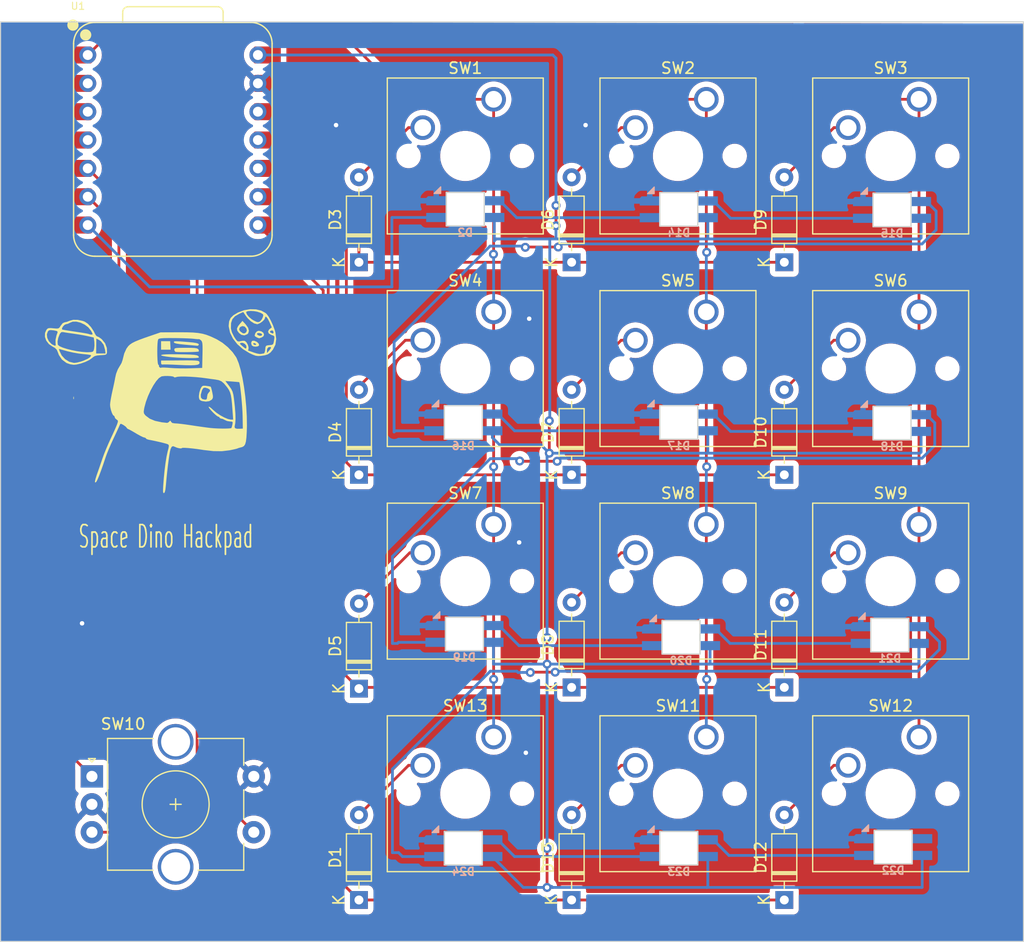
<source format=kicad_pcb>
(kicad_pcb (version 20240108) (generator "pcbnew") (generator_version "8.0")
  (layers (0 "F.Cu" signal) (31 "B.Cu" signal) (34 "B.Paste" user) (35 "F.Paste" user) (36 "B.SilkS" user "B.Silkscreen") (37 "F.SilkS" user "F.Silkscreen") (38 "B.Mask" user) (39 "F.Mask" user) (44 "Edge.Cuts" user))
  (net 0 "")
  (net 1 "GND")
  (net 2 "Net-(D1-A)")
  (net 3 "+5V")
  (net 4 "row 4")
  (net 6 "Net-(D14-DIN)")
  (net 7 "LEDs")
  (net 8 "Net-(D3-A)")
  (net 9 "row 1")
  (net 10 "row 2")
  (net 11 "Net-(D4-A)")
  (net 12 "Net-(D5-A)")
  (net 13 "row 3")
  (net 14 "Net-(D6-A)")
  (net 15 "Net-(D7-A)")
  (net 16 "Net-(D8-A)")
  (net 17 "Net-(D9-A)")
  (net 18 "Net-(D10-A)")
  (net 19 "Net-(D11-A)")
  (net 20 "Net-(D12-A)")
  (net 21 "Net-(D13-A)")
  (net 22 "Net-(D14-DOUT)")
  (net 23 "Net-(D15-DOUT)")
  (net 24 "Net-(D16-DOUT)")
  (net 25 "Net-(D19-DOUT)")
  (net 26 "Net-(D20-DOUT)")
  (net 27 "Net-(D21-DOUT)")
  (net 28 "column 1")
  (net 29 "column 2")
  (net 30 "column 3")
  (net 31 "Net-(U1-GPIO6{slash}SDA)")
  (net 32 "RotaryA")
  (net 33 "RoataryB")
  (net 34 "Net-(D17-DOUT)")
  (net 35 "Net-(D18-DOUT)")
  (net 37 "Net-(D22-DIN)")
  (net 38 "Net-(D23-DIN)")
  (footprint "MINI-E:RotaryEncoder_Alps_EC11E-Switch_Vertical_H20mm_CircularMountingHoles" (layer "F.Cu") (at 71.33125 90.36875)
    (property "Reference" "SW10")
    (property "Value" "RotaryEncoder_Switch")
  )
  (footprint "MINI-E:SW_Cherry_MX_1.00u_PCB_copy" (layer "F.Cu") (at 145.415 48.73625)
    (property "Reference" "SW6")
    (property "Value" "SW_Push")
  )
  (footprint "MINI-E:SW_Cherry_MX_1.00u_PCB_copy" (layer "F.Cu") (at 107.315 48.73625)
    (property "Reference" "SW4")
    (property "Value" "SW_Push")
  )
  (footprint "MINI-E:SW_Cherry_MX_1.00u_PCB_copy" (layer "F.Cu") (at 126.365 29.68625)
    (property "Reference" "SW2")
    (property "Value" "SW_Push")
  )
  (footprint "Diode_THT:D_DO-35_SOD27_P7.62mm_Horizontal" (layer "F.Cu") (at 133.35 82.39125 90)
    (property "Reference" "D11")
    (property "Value" "D")
  )
  (footprint "MINI-E:SW_Cherry_MX_1.00u_PCB_copy" (layer "F.Cu") (at 126.365 67.78625)
    (property "Reference" "SW8")
    (property "Value" "SW_Push")
  )
  (footprint "Diode_THT:D_DO-35_SOD27_P7.62mm_Horizontal" (layer "F.Cu") (at 133.35 101.44125 90)
    (property "Reference" "D12")
    (property "Value" "D")
  )
  (footprint "MINI-E:SW_Cherry_MX_1.00u_PCB_copy" (layer "F.Cu") (at 107.315 29.68625)
    (property "Reference" "SW1")
    (property "Value" "SW_Push")
  )
  (footprint "MINI-E:SW_Cherry_MX_1.00u_PCB_copy" (layer "F.Cu") (at 126.365 48.73625)
    (property "Reference" "SW5")
    (property "Value" "SW_Push")
  )
  (footprint "Diode_THT:D_DO-35_SOD27_P7.62mm_Horizontal" (layer "F.Cu") (at 133.35 63.34125 90)
    (property "Reference" "D10")
    (property "Value" "D")
  )
  (footprint "OPL:XIAO-RP2040-DIP" (layer "F.Cu") (at 78.58125 33.3375)
    (property "Reference" "U1")
    (property "Value" "XIAO-RP2040-DIP")
  )
  (footprint "Diode_THT:D_DO-35_SOD27_P7.62mm_Horizontal" (layer "F.Cu") (at 95.25 101.44125 90)
    (property "Reference" "D1")
    (property "Value" "D")
  )
  (footprint "MINI-E:SW_Cherry_MX_1.00u_PCB_copy" (layer "F.Cu") (at 107.315 67.78625)
    (property "Reference" "SW7")
    (property "Value" "SW_Push")
  )
  (footprint "Diode_THT:D_DO-35_SOD27_P7.62mm_Horizontal" (layer "F.Cu") (at 95.25 44.29125 90)
    (property "Reference" "D3")
    (property "Value" "D")
  )
  (footprint "LOGO" (layer "F.Cu") (at 77.95 58.9)
    (property "Reference" "G***" (hide yes))
    (property "Value" "LOGO" (hide yes))
  )
  (footprint "MINI-E:SW_Cherry_MX_1.00u_PCB_copy" (layer "F.Cu") (at 145.415 29.68625)
    (property "Reference" "SW3")
    (property "Value" "SW_Push")
  )
  (footprint "Diode_THT:D_DO-35_SOD27_P7.62mm_Horizontal" (layer "F.Cu") (at 114.3 44.29125 90)
    (property "Reference" "D6")
    (property "Value" "D")
  )
  (footprint "MINI-E:SW_Cherry_MX_1.00u_PCB_copy" (layer "F.Cu") (at 145.415 86.83625)
    (property "Reference" "SW12")
    (property "Value" "SW_Push")
  )
  (footprint "Diode_THT:D_DO-35_SOD27_P7.62mm_Horizontal" (layer "F.Cu") (at 114.3 101.44125 90)
    (property "Reference" "D13")
    (property "Value" "D")
  )
  (footprint "Diode_THT:D_DO-35_SOD27_P7.62mm_Horizontal" (layer "F.Cu") (at 95.25 63.34125 90)
    (property "Reference" "D4")
    (property "Value" "D")
  )
  (footprint "Diode_THT:D_DO-35_SOD27_P7.62mm_Horizontal" (layer "F.Cu") (at 95.25 82.5 90)
    (property "Reference" "D5")
    (property "Value" "D")
  )
  (footprint "MINI-E:SW_Cherry_MX_1.00u_PCB_copy" (layer "F.Cu") (at 126.365 86.83625)
    (property "Reference" "SW11")
    (property "Value" "SW_Push")
  )
  (footprint "MINI-E:SW_Cherry_MX_1.00u_PCB_copy" (layer "F.Cu") (at 107.315 86.83625)
    (property "Reference" "SW13")
    (property "Value" "SW_Push")
  )
  (footprint "Diode_THT:D_DO-35_SOD27_P7.62mm_Horizontal" (layer "F.Cu") (at 114.3 63.34125 90)
    (property "Reference" "D7")
    (property "Value" "D")
  )
  (footprint "Diode_THT:D_DO-35_SOD27_P7.62mm_Horizontal" (layer "F.Cu") (at 114.3 82.39125 90)
    (property "Reference" "D8")
    (property "Value" "D")
  )
  (footprint "MINI-E:SW_Cherry_MX_1.00u_PCB_copy" (layer "F.Cu") (at 145.415 67.78625)
    (property "Reference" "SW9")
    (property "Value" "SW_Push")
  )
  (footprint "Diode_THT:D_DO-35_SOD27_P7.62mm_Horizontal" (layer "F.Cu") (at 133.35 44.29125 90)
    (property "Reference" "D9")
    (property "Value" "D")
  )
  (footprint "MINI-E:SK6812MINI-E" (layer "B.Cu") (at 123.9 39.545 180)
    (property "Reference" "D14")
    (property "Value" "SK6812MINI" (hide yes))
    (fp_line (start 1.7 1.5) (end -1.7 1.5) (stroke (width 0.12)) (layer "Edge.Cuts"))
    (fp_line (start 1.7 -1.5) (end 1.7 1.5) (stroke (width 0.12)) (layer "Edge.Cuts"))
    (fp_line (start -1.7 1.5) (end -1.7 -1.5) (stroke (width 0.12)) (layer "Edge.Cuts"))
    (fp_line (start -1.7 -1.5) (end 1.7 -1.5) (stroke (width 0.12)) (layer "Edge.Cuts"))
  )
  (footprint "MINI-E:SK6812MINI-E" (layer "B.Cu") (at 143 39.6 180)
    (property "Reference" "D15")
    (property "Value" "SK6812MINI" (hide yes))
    (fp_line (start 1.7 1.5) (end -1.7 1.5) (stroke (width 0.12)) (layer "Edge.Cuts"))
    (fp_line (start 1.7 -1.5) (end 1.7 1.5) (stroke (width 0.12)) (layer "Edge.Cuts"))
    (fp_line (start -1.7 1.5) (end -1.7 -1.5) (stroke (width 0.12)) (layer "Edge.Cuts"))
    (fp_line (start -1.7 -1.5) (end 1.7 -1.5) (stroke (width 0.12)) (layer "Edge.Cuts"))
  )
  (footprint "MINI-E:SK6812MINI-E" (layer "B.Cu") (at 143 58.7 180)
    (property "Reference" "D18")
    (property "Value" "SK6812MINI" (hide yes))
    (fp_line (start 1.7 1.5) (end -1.7 1.5) (stroke (width 0.12)) (layer "Edge.Cuts"))
    (fp_line (start 1.7 -1.5) (end 1.7 1.5) (stroke (width 0.12)) (layer "Edge.Cuts"))
    (fp_line (start -1.7 1.5) (end -1.7 -1.5) (stroke (width 0.12)) (layer "Edge.Cuts"))
    (fp_line (start -1.7 -1.5) (end 1.7 -1.5) (stroke (width 0.12)) (layer "Edge.Cuts"))
  )
  (footprint "MINI-E:SK6812MINI-E" (layer "B.Cu") (at 142.8 77.7 180)
    (property "Reference" "D21")
    (property "Value" "SK6812MINI" (hide yes))
    (fp_line (start 1.7 1.5) (end -1.7 1.5) (stroke (width 0.12)) (layer "Edge.Cuts"))
    (fp_line (start 1.7 -1.5) (end 1.7 1.5) (stroke (width 0.12)) (layer "Edge.Cuts"))
    (fp_line (start -1.7 1.5) (end -1.7 -1.5) (stroke (width 0.12)) (layer "Edge.Cuts"))
    (fp_line (start -1.7 -1.5) (end 1.7 -1.5) (stroke (width 0.12)) (layer "Edge.Cuts"))
  )
  (footprint "MINI-E:SK6812MINI-E" (layer "B.Cu") (at 123.9 96.8 180)
    (property "Reference" "D23")
    (property "Value" "SK6812MINI" (hide yes))
    (fp_line (start 1.7 1.5) (end -1.7 1.5) (stroke (width 0.12)) (layer "Edge.Cuts"))
    (fp_line (start 1.7 -1.5) (end 1.7 1.5) (stroke (width 0.12)) (layer "Edge.Cuts"))
    (fp_line (start -1.7 1.5) (end -1.7 -1.5) (stroke (width 0.12)) (layer "Edge.Cuts"))
    (fp_line (start -1.7 -1.5) (end 1.7 -1.5) (stroke (width 0.12)) (layer "Edge.Cuts"))
  )
  (footprint "MINI-E:SK6812MINI-E" (layer "B.Cu") (at 104.6 96.8 180)
    (property "Reference" "D24")
    (property "Value" "SK6812MINI" (hide yes))
    (fp_line (start 1.7 1.5) (end -1.7 1.5) (stroke (width 0.12)) (layer "Edge.Cuts"))
    (fp_line (start 1.7 -1.5) (end 1.7 1.5) (stroke (width 0.12)) (layer "Edge.Cuts"))
    (fp_line (start -1.7 1.5) (end -1.7 -1.5) (stroke (width 0.12)) (layer "Edge.Cuts"))
    (fp_line (start -1.7 -1.5) (end 1.7 -1.5) (stroke (width 0.12)) (layer "Edge.Cuts"))
  )
  (footprint "MINI-E:SK6812MINI-E" (layer "B.Cu") (at 104.6 58.645 180)
    (property "Reference" "D16")
    (property "Value" "SK6812MINI" (hide yes))
    (fp_line (start 1.7 1.5) (end -1.7 1.5) (stroke (width 0.12)) (layer "Edge.Cuts"))
    (fp_line (start 1.7 -1.5) (end 1.7 1.5) (stroke (width 0.12)) (layer "Edge.Cuts"))
    (fp_line (start -1.7 1.5) (end -1.7 -1.5) (stroke (width 0.12)) (layer "Edge.Cuts"))
    (fp_line (start -1.7 -1.5) (end 1.7 -1.5) (stroke (width 0.12)) (layer "Edge.Cuts"))
  )
  (footprint "MINI-E:SK6812MINI-E" (layer "B.Cu") (at 123.9 58.645 180)
    (property "Reference" "D17")
    (property "Value" "SK6812MINI" (hide yes))
    (fp_line (start 1.7 1.5) (end -1.7 1.5) (stroke (width 0.12)) (layer "Edge.Cuts"))
    (fp_line (start 1.7 -1.5) (end 1.7 1.5) (stroke (width 0.12)) (layer "Edge.Cuts"))
    (fp_line (start -1.7 1.5) (end -1.7 -1.5) (stroke (width 0.12)) (layer "Edge.Cuts"))
    (fp_line (start -1.7 -1.5) (end 1.7 -1.5) (stroke (width 0.12)) (layer "Edge.Cuts"))
  )
  (footprint "MINI-E:SK6812MINI-E" (layer "B.Cu") (at 143.1 96.7 180)
    (property "Reference" "D22")
    (property "Value" "SK6812MINI" (hide yes))
    (fp_line (start 1.7 1.5) (end -1.7 1.5) (stroke (width 0.12)) (layer "Edge.Cuts"))
    (fp_line (start 1.7 -1.5) (end 1.7 1.5) (stroke (width 0.12)) (layer "Edge.Cuts"))
    (fp_line (start -1.7 1.5) (end -1.7 -1.5) (stroke (width 0.12)) (layer "Edge.Cuts"))
    (fp_line (start -1.7 -1.5) (end 1.7 -1.5) (stroke (width 0.12)) (layer "Edge.Cuts"))
  )
  (footprint "MINI-E:SK6812MINI-E" (layer "B.Cu") (at 104.7 77.6 180)
    (property "Reference" "D19")
    (property "Value" "SK6812MINI" (hide yes))
    (fp_line (start 1.7 1.5) (end -1.7 1.5) (stroke (width 0.12)) (layer "Edge.Cuts"))
    (fp_line (start 1.7 -1.5) (end 1.7 1.5) (stroke (width 0.12)) (layer "Edge.Cuts"))
    (fp_line (start -1.7 1.5) (end -1.7 -1.5) (stroke (width 0.12)) (layer "Edge.Cuts"))
    (fp_line (start -1.7 -1.5) (end 1.7 -1.5) (stroke (width 0.12)) (layer "Edge.Cuts"))
  )
  (footprint "MINI-E:SK6812MINI-E" (layer "B.Cu") (at 104.775 39.52875 180)
    (property "Reference" "D2")
    (property "Value" "SK6812MINI" (hide yes))
    (fp_line (start 1.7 1.5) (end -1.7 1.5) (stroke (width 0.12)) (layer "Edge.Cuts"))
    (fp_line (start 1.7 -1.5) (end 1.7 1.5) (stroke (width 0.12)) (layer "Edge.Cuts"))
    (fp_line (start -1.7 1.5) (end -1.7 -1.5) (stroke (width 0.12)) (layer "Edge.Cuts"))
    (fp_line (start -1.7 -1.5) (end 1.7 -1.5) (stroke (width 0.12)) (layer "Edge.Cuts"))
  )
  (footprint "MINI-E:SK6812MINI-E" (layer "B.Cu") (at 124.1 77.9 180)
    (property "Reference" "D20")
    (property "Value" "SK6812MINI" (hide yes))
    (fp_line (start 1.7 1.5) (end -1.7 1.5) (stroke (width 0.12)) (layer "Edge.Cuts"))
    (fp_line (start 1.7 -1.5) (end 1.7 1.5) (stroke (width 0.12)) (layer "Edge.Cuts"))
    (fp_line (start -1.7 1.5) (end -1.7 -1.5) (stroke (width 0.12)) (layer "Edge.Cuts"))
    (fp_line (start -1.7 -1.5) (end 1.7 -1.5) (stroke (width 0.12)) (layer "Edge.Cuts"))
  )
  (gr_rect (start 63.15 22.75) (end 154.775 105.1625) (stroke (width 0.1)) (fill none) (layer "Edge.Cuts"))
  (gr_text "XIAO HERE" (at 72.35 34.55 0) (layer "F.Cu") (effects (font (size 2 1.5) (thickness 0.3) (bold yes)) (justify left bottom)))
  (gr_text "Space Dino Hackpad" (at 70.05 70.05 0) (layer "F.SilkS") (effects (font (size 2 1)) (justify left bottom)))
  (via (at 70.45 76.65) (size 0.8) (drill 0.4) (layers "F.Cu" "B.Cu") (net 1))
  (via (at 109.6 69.4) (size 0.8) (drill 0.4) (layers "F.Cu" "B.Cu") (net 1))
  (via (at 110.2 88.25) (size 0.8) (drill 0.4) (layers "F.Cu" "B.Cu") (net 1))
  (via (at 93.2 32) (size 0.8) (drill 0.4) (layers "F.Cu" "B.Cu") (net 1))
  (via (at 115.55 32) (size 0.8) (drill 0.4) (layers "F.Cu" "B.Cu") (net 1))
  (via (at 110.5 49.35) (size 0.8) (drill 0.4) (layers "F.Cu" "B.Cu") (net 1))
  (segment (start 99.695 89.37625) (end 95.25 93.82125) (width 0.25) (layer "F.Cu") (net 2))
  (segment (start 100.965 89.37625) (end 99.695 89.37625) (width 0.25) (layer "F.Cu") (net 2))
  (segment (start 112.1 96.825) (end 112.1 100.31625) (width 0.25) (layer "F.Cu") (net 3))
  (segment (start 112.9 39.2) (end 112.9 41.02) (width 0.25) (layer "F.Cu") (net 3))
  (segment (start 112.3 58.5) (end 112.3 61.4) (width 0.25) (layer "F.Cu") (net 3))
  (segment (start 112.1 77.925) (end 112.1 80.3) (width 0.25) (layer "F.Cu") (net 3))
  (via (at 112.9 39.2) (size 0.8) (drill 0.4) (layers "F.Cu" "B.Cu") (net 3))
  (via (at 112.3 61.4) (size 0.8) (drill 0.4) (layers "F.Cu" "B.Cu") (net 3))
  (via (at 112.3 58.5) (size 0.8) (drill 0.4) (layers "F.Cu" "B.Cu") (net 3))
  (via (at 112.1 96.825) (size 0.8) (drill 0.4) (layers "F.Cu" "B.Cu") (net 3))
  (via (at 112.1 100.31625) (size 0.8) (drill 0.4) (layers "F.Cu" "B.Cu") (net 3))
  (via (at 112.9 41.02) (size 0.8) (drill 0.4) (layers "F.Cu" "B.Cu") (net 3))
  (via (at 112.1 80.3) (size 0.8) (drill 0.4) (layers "F.Cu" "B.Cu") (net 3))
  (via (at 112.1 77.925) (size 0.8) (drill 0.4) (layers "F.Cu" "B.Cu") (net 3))
  (segment (start 126.4 100.31625) (end 126.5 100.21625) (width 0.25) (layer "B.Cu") (net 3))
  (segment (start 107.55 42.2) (end 112.3 42.2) (width 0.25) (layer "B.Cu") (net 3))
  (segment (start 145.4 80.2) (end 145.4 78.45) (width 0.25) (layer "B.Cu") (net 3))
  (segment (start 145.68375 100.31625) (end 145.7 100.3) (width 0.25) (layer "B.Cu") (net 3))
  (segment (start 112.1 80.3) (end 112.1 96.825) (width 0.25) (layer "B.Cu") (net 3))
  (segment (start 126.7 80.2) (end 126.6 80.3) (width 0.25) (layer "B.Cu") (net 3))
  (segment (start 126.4 42.2) (end 145.5 42.2) (width 0.25) (layer "B.Cu") (net 3))
  (segment (start 145.5 61.4) (end 145.6 61.3) (width 0.25) (layer "B.Cu") (net 3))
  (segment (start 145.3 80.3) (end 145.4 80.2) (width 0.25) (layer "B.Cu") (net 3))
  (segment (start 126.6 80.3) (end 145.3 80.3) (width 0.25) (layer "B.Cu") (net 3))
  (segment (start 107.85 60.65) (end 111.55 60.65) (width 0.25) (layer "B.Cu") (net 3))
  (segment (start 112.1 61.6) (end 112.1 77.925) (width 0.25) (layer "B.Cu") (net 3))
  (segment (start 86.20125 25.7175) (end 112.6175 25.7175) (width 0.25) (layer "B.Cu") (net 3))
  (segment (start 112.9 41.02) (end 112.9 42.2) (width 0.25) (layer "B.Cu") (net 3))
  (segment (start 112.1 80.3) (end 126.6 80.3) (width 0.25) (layer "B.Cu") (net 3))
  (segment (start 107.2 60) (end 107.85 60.65) (width 0.25) (layer "B.Cu") (net 3))
  (segment (start 112.345 42.245) (end 112.345 58.455) (width 0.25) (layer "B.Cu") (net 3))
  (segment (start 107.3 78.35) (end 107.3 80.3) (width 0.25) (layer "B.Cu") (net 3))
  (segment (start 112.1 100.31625) (end 109.96625 100.31625) (width 0.25) (layer "B.Cu") (net 3))
  (segment (start 111.55 60.65) (end 112.3 61.4) (width 0.25) (layer "B.Cu") (net 3))
  (segment (start 126.4 100.31625) (end 145.68375 100.31625) (width 0.25) (layer "B.Cu") (net 3))
  (segment (start 112.3 42.2) (end 112.6 42.2) (width 0.25) (layer "B.Cu") (net 3))
  (segment (start 126.5 42.1) (end 126.5 40.295) (width 0.25) (layer "B.Cu") (net 3))
  (segment (start 107.375 42.375) (end 107.55 42.2) (width 0.25) (layer "B.Cu") (net 3))
  (segment (start 145.5 42.2) (end 145.6 42.1) (width 0.25) (layer "B.Cu") (net 3))
  (segment (start 112.6 100.31625) (end 112.1 100.31625) (width 0.25) (layer "B.Cu") (net 3))
  (segment (start 112.5 100.21625) (end 112.6 100.31625) (width 0.25) (layer "B.Cu") (net 3))
  (segment (start 112.6 42.2) (end 112.9 42.2) (width 0.25) (layer "B.Cu") (net 3))
  (segment (start 126.7 78.65) (end 126.7 80.2) (width 0.25) (layer "B.Cu") (net 3))
  (segment (start 126.4 42.2) (end 126.5 42.1) (width 0.25) (layer "B.Cu") (net 3))
  (segment (start 112.6175 25.7175) (end 112.9 26) (width 0.25) (layer "B.Cu") (net 3))
  (segment (start 145.6 61.3) (end 145.6 59.45) (width 0.25) (layer "B.Cu") (net 3))
  (segment (start 126.4 61.4) (end 145.5 61.4) (width 0.25) (layer "B.Cu") (net 3))
  (segment (start 112.345 58.455) (end 112.3 58.5) (width 0.25) (layer "B.Cu") (net 3))
  (segment (start 126.5 100.21625) (end 126.5 97.55) (width 0.25) (layer "B.Cu") (net 3))
  (segment (start 112.3 42.2) (end 112.345 42.245) (width 0.25) (layer "B.Cu") (net 3))
  (segment (start 112.6 100.31625) (end 126.4 100.31625) (width 0.25) (layer "B.Cu") (net 3))
  (segment (start 107.3 80.3) (end 112.1 80.3) (width 0.25) (layer "B.Cu") (net 3))
  (segment (start 112.3 61.4) (end 126.4 61.4) (width 0.25) (layer "B.Cu") (net 3))
  (segment (start 107.375 40.27875) (end 107.375 42.375) (width 0.25) (layer "B.Cu") (net 3))
  (segment (start 107.2 59.395) (end 107.2 60) (width 0.25) (layer "B.Cu") (net 3))
  (segment (start 145.6 42.1) (end 145.6 40.35) (width 0.25) (layer "B.Cu") (net 3))
  (segment (start 126.5 59.395) (end 126.5 61.3) (width 0.25) (layer "B.Cu") (net 3))
  (segment (start 109.96625 100.31625) (end 107.2 97.55) (width 0.25) (layer "B.Cu") (net 3))
  (segment (start 145.7 100.3) (end 145.7 97.45) (width 0.25) (layer "B.Cu") (net 3))
  (segment (start 112.3 61.4) (end 112.1 61.6) (width 0.25) (layer "B.Cu") (net 3))
  (segment (start 126.5 61.3) (end 126.4 61.4) (width 0.25) (layer "B.Cu") (net 3))
  (segment (start 112.9 26) (end 112.9 39.2) (width 0.25) (layer "B.Cu") (net 3))
  (segment (start 112.9 42.2) (end 126.4 42.2) (width 0.25) (layer "B.Cu") (net 3))
  (segment (start 95.25 101.44125) (end 92.05 98.24125) (width 0.25) (layer "F.Cu") (net 4))
  (segment (start 92.05 46.80625) (end 86.20125 40.9575) (width 0.25) (layer "F.Cu") (net 4))
  (segment (start 92.05 98.24125) (end 92.05 46.80625) (width 0.25) (layer "F.Cu") (net 4))
  (segment (start 133.35 101.44125) (end 114.3 101.44125) (width 0.25) (layer "F.Cu") (net 4))
  (segment (start 114.3 101.44125) (end 95.25 101.44125) (width 0.25) (layer "F.Cu") (net 4))
  (segment (start 107.865 38.77875) (end 109.38125 40.295) (width 0.25) (layer "B.Cu") (net 6))
  (segment (start 109.38125 40.295) (end 121.3 40.295) (width 0.25) (layer "B.Cu") (net 6))
  (segment (start 107.375 38.77875) (end 107.865 38.77875) (width 0.25) (layer "B.Cu") (net 6))
  (segment (start 98.2 40.3) (end 98.22125 40.27875) (width 0.25) (layer "B.Cu") (net 7))
  (segment (start 70.96125 40.9575) (end 76.50375 46.5) (width 0.25) (layer "B.Cu") (net 7))
  (segment (start 76.50375 46.5) (end 98.2 46.5) (width 0.25) (layer "B.Cu") (net 7))
  (segment (start 102.175 40.27875) (end 98.22125 40.27875) (width 0.25) (layer "B.Cu") (net 7))
  (segment (start 98.2 40.3) (end 98.2 46.5) (width 0.25) (layer "B.Cu") (net 7))
  (segment (start 100.965 32.22625) (end 99.695 32.22625) (width 0.25) (layer "F.Cu") (net 8))
  (segment (start 99.695 32.22625) (end 95.25 36.67125) (width 0.25) (layer "F.Cu") (net 8))
  (segment (start 87.27888 33.3375) (end 86.20125 33.3375) (width 0.25) (layer "F.Cu") (net 9))
  (segment (start 95.25 44.29125) (end 95.25 41.30862) (width 0.25) (layer "F.Cu") (net 9))
  (segment (start 133.35 44.29125) (end 95.25 44.29125) (width 0.25) (layer "F.Cu") (net 9))
  (segment (start 95.25 41.30862) (end 87.27888 33.3375) (width 0.25) (layer "F.Cu") (net 9))
  (segment (start 133.35 63.34125) (end 95.25 63.34125) (width 0.25) (layer "F.Cu") (net 10))
  (segment (start 95.25 63.34125) (end 94.125 62.21625) (width 0.25) (layer "F.Cu") (net 10))
  (segment (start 87.03625 35.8775) (end 86.20125 35.8775) (width 0.25) (layer "F.Cu") (net 10))
  (segment (start 94.125 42.96625) (end 87.03625 35.8775) (width 0.25) (layer "F.Cu") (net 10))
  (segment (start 94.125 62.21625) (end 94.125 42.96625) (width 0.25) (layer "F.Cu") (net 10))
  (segment (start 100.965 51.27625) (end 99.409366 51.27625) (width 0.25) (layer "F.Cu") (net 11))
  (segment (start 99.409366 51.27625) (end 95.25 55.435616) (width 0.25) (layer "F.Cu") (net 11))
  (segment (start 95.25 55.435616) (end 95.25 55.72125) (width 0.25) (layer "F.Cu") (net 11))
  (segment (start 100.965 70.32625) (end 99.80375 70.32625) (width 0.25) (layer "F.Cu") (net 12))
  (segment (start 99.80375 70.32625) (end 95.25 74.88) (width 0.25) (layer "F.Cu") (net 12))
  (segment (start 92.5 79.75) (end 95.25 82.5) (width 0.25) (layer "F.Cu") (net 13))
  (segment (start 87.27888 38.4175) (end 92.5 43.63862) (width 0.25) (layer "F.Cu") (net 13))
  (segment (start 133.35 82.39125) (end 114.3 82.39125) (width 0.25) (layer "F.Cu") (net 13))
  (segment (start 95.35875 82.39125) (end 95.25 82.5) (width 0.25) (layer "F.Cu") (net 13))
  (segment (start 92.5 43.63862) (end 92.5 79.75) (width 0.25) (layer "F.Cu") (net 13))
  (segment (start 86.20125 38.4175) (end 87.27888 38.4175) (width 0.25) (layer "F.Cu") (net 13))
  (segment (start 114.3 82.39125) (end 95.35875 82.39125) (width 0.25) (layer "F.Cu") (net 13))
  (segment (start 120.015 32.22625) (end 118.745 32.22625) (width 0.25) (layer "F.Cu") (net 14))
  (segment (start 118.745 32.22625) (end 114.3 36.67125) (width 0.25) (layer "F.Cu") (net 14))
  (segment (start 120.015 51.27625) (end 118.745 51.27625) (width 0.25) (layer "F.Cu") (net 15))
  (segment (start 118.745 51.27625) (end 114.3 55.72125) (width 0.25) (layer "F.Cu") (net 15))
  (segment (start 120.015 70.32625) (end 118.745 70.32625) (width 0.25) (layer "F.Cu") (net 16))
  (segment (start 118.745 70.32625) (end 114.3 74.77125) (width 0.25) (layer "F.Cu") (net 16))
  (segment (start 139.065 32.22625) (end 137.795 32.22625) (width 0.25) (layer "F.Cu") (net 17))
  (segment (start 137.795 32.22625) (end 133.35 36.67125) (width 0.25) (layer "F.Cu") (net 17))
  (segment (start 139.065 51.27625) (end 137.795 51.27625) (width 0.25) (layer "F.Cu") (net 18))
  (segment (start 137.795 51.27625) (end 133.35 55.72125) (width 0.25) (layer "F.Cu") (net 18))
  (segment (start 139.065 70.32625) (end 137.795 70.32625) (width 0.25) (layer "F.Cu") (net 19))
  (segment (start 137.795 70.32625) (end 133.35 74.77125) (width 0.25) (layer "F.Cu") (net 19))
  (segment (start 139.065 89.37625) (end 137.795 89.37625) (width 0.25) (layer "F.Cu") (net 20))
  (segment (start 137.795 89.37625) (end 133.35 93.82125) (width 0.25) (layer "F.Cu") (net 20))
  (segment (start 118.745 89.37625) (end 114.3 93.82125) (width 0.25) (layer "F.Cu") (net 21))
  (segment (start 120.015 89.37625) (end 118.745 89.37625) (width 0.25) (layer "F.Cu") (net 21))
  (segment (start 126.5 38.795) (end 126.99 38.795) (width 0.25) (layer "B.Cu") (net 22))
  (segment (start 126.425 38.77875) (end 126.915 38.77875) (width 0.25) (layer "B.Cu") (net 22))
  (segment (start 126.99 38.795) (end 128.545 40.35) (width 0.25) (layer "B.Cu") (net 22))
  (segment (start 128.545 40.35) (end 140.4 40.35) (width 0.25) (layer "B.Cu") (net 22))
  (segment (start 113.1 42.925) (end 110.175 42.925) (width 0.25) (layer "F.Cu") (net 23))
  (segment (start 110.175 42.925) (end 110.15 42.95) (width 0.25) (layer "F.Cu") (net 23))
  (via (at 110.15 42.95) (size 0.8) (drill 0.4) (layers "F.Cu" "B.Cu") (net 23))
  (via (at 113.1 42.925) (size 0.8) (drill 0.4) (layers "F.Cu" "B.Cu") (net 23))
  (segment (start 145.686396 42.65) (end 113.375 42.65) (width 0.25) (layer "B.Cu") (net 23))
  (segment (start 98.4 59.5) (end 98.4 51.440945) (width 0.25) (layer "B.Cu") (net 23))
  (segment (start 98.4 51.440945) (end 106.999695 42.84125) (width 0.25) (layer "B.Cu") (net 23))
  (segment (start 145.6 38.85) (end 146.09 38.85) (width 0.25) (layer "B.Cu") (net 23))
  (segment (start 146.95 39.71) (end 146.95 41.386396) (width 0.25) (layer "B.Cu") (net 23))
  (segment (start 98.505 59.395) (end 98.4 59.5) (width 0.25) (layer "B.Cu") (net 23))
  (segment (start 113.375 42.65) (end 113.1 42.925) (width 0.25) (layer "B.Cu") (net 23))
  (segment (start 110.04125 42.84125) (end 110.15 42.95) (width 0.25) (layer "B.Cu") (net 23))
  (segment (start 146.09 38.85) (end 146.95 39.71) (width 0.25) (layer "B.Cu") (net 23))
  (segment (start 106.999695 42.84125) (end 110.04125 42.84125) (width 0.25) (layer "B.Cu") (net 23))
  (segment (start 102 59.395) (end 98.505 59.395) (width 0.25) (layer "B.Cu") (net 23))
  (segment (start 146.95 41.386396) (end 145.686396 42.65) (width 0.25) (layer "B.Cu") (net 23))
  (segment (start 107.2 57.895) (end 107.69 57.895) (width 0.25) (layer "B.Cu") (net 24))
  (segment (start 109.19 59.395) (end 121.3 59.395) (width 0.25) (layer "B.Cu") (net 24))
  (segment (start 107.69 57.895) (end 109.19 59.395) (width 0.25) (layer "B.Cu") (net 24))
  (segment (start 109.59 78.65) (end 121.5 78.65) (width 0.25) (layer "B.Cu") (net 25))
  (segment (start 107.79 76.85) (end 109.59 78.65) (width 0.25) (layer "B.Cu") (net 25))
  (segment (start 107.3 76.85) (end 107.79 76.85) (width 0.25) (layer "B.Cu") (net 25))
  (segment (start 128.49 78.45) (end 140.2 78.45) (width 0.25) (layer "B.Cu") (net 26))
  (segment (start 126.7 77.15) (end 127.19 77.15) (width 0.25) (layer "B.Cu") (net 26))
  (segment (start 127.19 77.15) (end 128.49 78.45) (width 0.25) (layer "B.Cu") (net 26))
  (segment (start 112.825 81.025) (end 110.625 81.025) (width 0.25) (layer "F.Cu") (net 27))
  (segment (start 110.625 81.025) (end 110.6 81.05) (width 0.25) (layer "F.Cu") (net 27))
  (via (at 112.825 81.025) (size 0.8) (drill 0.4) (layers "F.Cu" "B.Cu") (net 27))
  (via (at 110.6 81.05) (size 0.8) (drill 0.4) (layers "F.Cu" "B.Cu") (net 27))
  (segment (start 147.25 78.31) (end 147.25 78.986396) (width 0.25) (layer "B.Cu") (net 27))
  (segment (start 98.25 89.705945) (end 98.25 97.2) (width 0.25) (layer "B.Cu") (net 27))
  (segment (start 109.5 81.05) (end 109.39125 80.94125) (width 0.25) (layer "B.Cu") (net 27))
  (segment (start 147.25 78.986396) (end 145.295146 80.94125) (width 0.25) (layer "B.Cu") (net 27))
  (segment (start 109.39125 80.94125) (end 107.014695 80.94125) (width 0.25) (layer "B.Cu") (net 27))
  (segment (start 112.90875 80.94125) (end 112.825 81.025) (width 0.25) (layer "B.Cu") (net 27))
  (segment (start 110.6 81.05) (end 109.5 81.05) (width 0.25) (layer "B.Cu") (net 27))
  (segment (start 107.014695 80.94125) (end 98.25 89.705945) (width 0.25) (layer "B.Cu") (net 27))
  (segment (start 98.8 97.2) (end 99.15 97.55) (width 0.25) (layer "B.Cu") (net 27))
  (segment (start 98.25 97.2) (end 98.8 97.2) (width 0.25) (layer "B.Cu") (net 27))
  (segment (start 145.4 76.95) (end 145.89 76.95) (width 0.25) (layer "B.Cu") (net 27))
  (segment (start 145.89 76.95) (end 147.25 78.31) (width 0.25) (layer "B.Cu") (net 27))
  (segment (start 99.15 97.55) (end 102 97.55) (width 0.25) (layer "B.Cu") (net 27))
  (segment (start 145.295146 80.94125) (end 112.90875 80.94125) (width 0.25) (layer "B.Cu") (net 27))
  (segment (start 107.315 62.61625) (end 107.315 48.73625) (width 0.25) (layer "F.Cu") (net 28))
  (segment (start 93.8 23.895) (end 72.78375 23.895) (width 0.25) (layer "F.Cu") (net 28))
  (segment (start 107.315 43.55125) (end 107.3 43.56625) (width 0.25) (layer "F.Cu") (net 28))
  (segment (start 72.78375 23.895) (end 70.96125 25.7175) (width 0.25) (layer "F.Cu") (net 28))
  (segment (start 107.315 29.68625) (end 99.59125 29.68625) (width 0.25) (layer "F.Cu") (net 28))
  (segment (start 107.315 29.68625) (end 107.315 43.55125) (width 0.25) (layer "F.Cu") (net 28))
  (segment (start 107.315 81.66625) (end 107.315 67.78625) (width 0.25) (layer "F.Cu") (net 28))
  (segment (start 99.59125 29.68625) (end 93.8 23.895) (width 0.25) (layer "F.Cu") (net 28))
  (via (at 107.315 62.61625) (size 0.8) (drill 0.4) (layers "F.Cu" "B.Cu") (net 28))
  (via (at 107.3 43.56625) (size 0.8) (drill 0.4) (layers "F.Cu" "B.Cu") (net 28))
  (via (at 107.315 81.66625) (size 0.8) (drill 0.4) (layers "F.Cu" "B.Cu") (net 28))
  (segment (start 107.315 81.66625) (end 107.315 86.83625) (width 0.25) (layer "B.Cu") (net 28))
  (segment (start 107.3 43.56625) (end 107.315 43.58125) (width 0.25) (layer "B.Cu") (net 28))
  (segment (start 107.315 43.58125) (end 107.315 48.73625) (width 0.25) (layer "B.Cu") (net 28))
  (segment (start 107.315 62.61625) (end 107.315 67.78625) (width 0.25) (layer "B.Cu") (net 28))
  (segment (start 68.58525 23.95975) (end 68.58525 26.529068) (width 0.25) (layer "F.Cu") (net 29))
  (segment (start 114.8 23.445) (end 69.1 23.445) (width 0.25) (layer "F.Cu") (net 29))
  (segment (start 121.04125 29.68625) (end 114.8 23.445) (width 0.25) (layer "F.Cu") (net 29))
  (segment (start 126.365 48.73625) (end 126.365 62.58125) (width 0.25) (layer "F.Cu") (net 29))
  (segment (start 126.365 67.78625) (end 126.365 81.63125) (width 0.25) (layer "F.Cu") (net 29))
  (segment (start 126.365 81.63125) (end 126.4 81.66625) (width 0.25) (layer "F.Cu") (net 29))
  (segment (start 126.365 29.68625) (end 121.04125 29.68625) (width 0.25) (layer "F.Cu") (net 29))
  (segment (start 126.365 43.365) (end 126.4 43.4) (width 0.25) (layer "F.Cu") (net 29))
  (segment (start 126.365 62.58125) (end 126.4 62.61625) (width 0.25) (layer "F.Cu") (net 29))
  (segment (start 70.313682 28.2575) (end 70.96125 28.2575) (width 0.25) (layer "F.Cu") (net 29))
  (segment (start 69.1 23.445) (end 68.58525 23.95975) (width 0.25) (layer "F.Cu") (net 29))
  (segment (start 68.58525 26.529068) (end 70.313682 28.2575) (width 0.25) (layer "F.Cu") (net 29))
  (segment (start 126.365 29.68625) (end 126.365 43.365) (width 0.25) (layer "F.Cu") (net 29))
  (via (at 126.4 62.61625) (size 0.8) (drill 0.4) (layers "F.Cu" "B.Cu") (net 29))
  (via (at 126.4 81.66625) (size 0.8) (drill 0.4) (layers "F.Cu" "B.Cu") (net 29))
  (via (at 126.4 43.4) (size 0.8) (drill 0.4) (layers "F.Cu" "B.Cu") (net 29))
  (segment (start 126.365 43.435) (end 126.365 48.73625) (width 0.25) (layer "B.Cu") (net 29))
  (segment (start 126.4 81.66625) (end 126.365 81.70125) (width 0.25) (layer "B.Cu") (net 29))
  (segment (start 126.365 81.70125) (end 126.365 86.83625) (width 0.25) (layer "B.Cu") (net 29))
  (segment (start 126.365 62.65125) (end 126.365 67.78625) (width 0.25) (layer "B.Cu") (net 29))
  (segment (start 126.4 43.4) (end 126.365 43.435) (width 0.25) (layer "B.Cu") (net 29))
  (segment (start 126.4 62.61625) (end 126.365 62.65125) (width 0.25) (layer "B.Cu") (net 29))
  (segment (start 134.1 22.995) (end 68.6 22.995) (width 0.25) (layer "F.Cu") (net 30))
  (segment (start 145.415 29.68625) (end 145.415 48.73625) (width 0.25) (layer "F.Cu") (net 30))
  (segment (start 145.415 29.68625) (end 140.79125 29.68625) (width 0.25) (layer "F.Cu") (net 30))
  (segment (start 145.415 67.78625) (end 145.415 86.83625) (width 0.25) (layer "F.Cu") (net 30))
  (segment (start 68.13525 23.45975) (end 68.13525 28.8065) (width 0.25) (layer "F.Cu") (net 30))
  (segment (start 145.415 48.73625) (end 145.415 67.78625) (width 0.25) (layer "F.Cu") (net 30))
  (segment (start 70.12625 30.7975) (end 70.96125 30.7975) (width 0.25) (layer "F.Cu") (net 30))
  (segment (start 140.79125 29.68625) (end 134.1 22.995) (width 0.25) (layer "F.Cu") (net 30))
  (segment (start 68.13525 28.8065) (end 70.12625 30.7975) (width 0.25) (layer "F.Cu") (net 30))
  (segment (start 68.6 22.995) (end 68.13525 23.45975) (width 0.25) (layer "F.Cu") (net 30))
  (segment (start 80.75625 45.6725) (end 70.96125 35.8775) (width 0.25) (layer "F.Cu") (net 31))
  (segment (start 85.83125 95.36875) (end 80.75625 90.29375) (width 0.25) (layer "F.Cu") (net 31))
  (segment (start 80.75625 90.29375) (end 80.75625 45.6725) (width 0.25) (layer "F.Cu") (net 31))
  (segment (start 68.58525 34.8785) (end 70.12625 33.3375) (width 0.25) (layer "F.Cu") (net 32))
  (segment (start 71.33125 90.36875) (end 68.58525 87.62275) (width 0.25) (layer "F.Cu") (net 32))
  (segment (start 68.58525 87.62275) (end 68.58525 34.8785) (width 0.25) (layer "F.Cu") (net 32))
  (segment (start 73.75 95.3) (end 73.75 41.20625) (width 0.25) (layer "F.Cu") (net 33))
  (segment (start 73.75 41.20625) (end 70.96125 38.4175) (width 0.25) (layer "F.Cu") (net 33))
  (segment (start 71.33125 95.36875) (end 73.68125 95.36875) (width 0.25) (layer "F.Cu") (net 33))
  (segment (start 73.68125 95.36875) (end 73.75 95.3) (width 0.25) (layer "F.Cu") (net 33))
  (segment (start 128.545 59.45) (end 140.4 59.45) (width 0.25) (layer "B.Cu") (net 34))
  (segment (start 126.5 57.895) (end 126.99 57.895) (width 0.25) (layer "B.Cu") (net 34))
  (segment (start 126.99 57.895) (end 128.545 59.45) (width 0.25) (layer "B.Cu") (net 34))
  (segment (start 109.625 62.125) (end 109.65 62.1) (width 0.25) (layer "F.Cu") (net 35))
  (segment (start 113 62.125) (end 109.625 62.125) (width 0.25) (layer "F.Cu") (net 35))
  (via (at 109.65 62.1) (size 0.8) (drill 0.4) (layers "F.Cu" "B.Cu") (net 35))
  (via (at 113 62.125) (size 0.8) (drill 0.4) (layers "F.Cu" "B.Cu") (net 35))
  (segment (start 98.8 78.35) (end 102.1 78.35) (width 0.25) (layer "B.Cu") (net 35))
  (segment (start 146.825 60.711396) (end 145.686396 61.85) (width 0.25) (layer "B.Cu") (net 35))
  (segment (start 113.275 61.85) (end 113 62.125) (width 0.25) (layer "B.Cu") (net 35))
  (segment (start 98.25 78.45) (end 98.7 78.45) (width 0.25) (layer "B.Cu") (net 35))
  (segment (start 145.6 57.95) (end 146.09 57.95) (width 0.25) (layer "B.Cu") (net 35))
  (segment (start 146.09 57.95) (end 146.825 58.685) (width 0.25) (layer "B.Cu") (net 35))
  (segment (start 107.014695 61.89125) (end 98.25 70.655945) (width 0.25) (layer "B.Cu") (net 35))
  (segment (start 109.44125 61.89125) (end 107.014695 61.89125) (width 0.25) (layer "B.Cu") (net 35))
  (segment (start 109.65 62.1) (end 109.44125 61.89125) (width 0.25) (layer "B.Cu") (net 35))
  (segment (start 98.7 78.45) (end 98.8 78.35) (width 0.25) (layer "B.Cu") (net 35))
  (segment (start 146.825 58.685) (end 146.825 60.711396) (width 0.25) (layer "B.Cu") (net 35))
  (segment (start 145.686396 61.85) (end 113.275 61.85) (width 0.25) (layer "B.Cu") (net 35))
  (segment (start 98.25 70.655945) (end 98.25 78.45) (width 0.25) (layer "B.Cu") (net 35))
  (segment (start 126.5 96.05) (end 126.99 96.05) (width 0.25) (layer "B.Cu") (net 37))
  (segment (start 126.99 96.05) (end 128.39 97.45) (width 0.25) (layer "B.Cu") (net 37))
  (segment (start 128.39 97.45) (end 140.5 97.45) (width 0.25) (layer "B.Cu") (net 37))
  (segment (start 107.69 96.05) (end 109.19 97.55) (width 0.25) (layer "B.Cu") (net 38))
  (segment (start 107.2 96.05) (end 107.69 96.05) (width 0.25) (layer "B.Cu") (net 38))
  (segment (start 109.19 97.55) (end 121.3 97.55) (width 0.25) (layer "B.Cu") (net 38))
  (zone (net 1) (net_name "GND") (layers "F&B.Cu") (connect_pads (clearance 0.5)) (min_thickness 0.25) (fill yes (thermal_gap 0.5) (thermal_bridge_width 0.5))
    (polygon (pts (xy 63.1 22.75) (xy 154.8 22.9) (xy 154.75 105.15) (xy 63.1 105.15)))
  )
)
</source>
